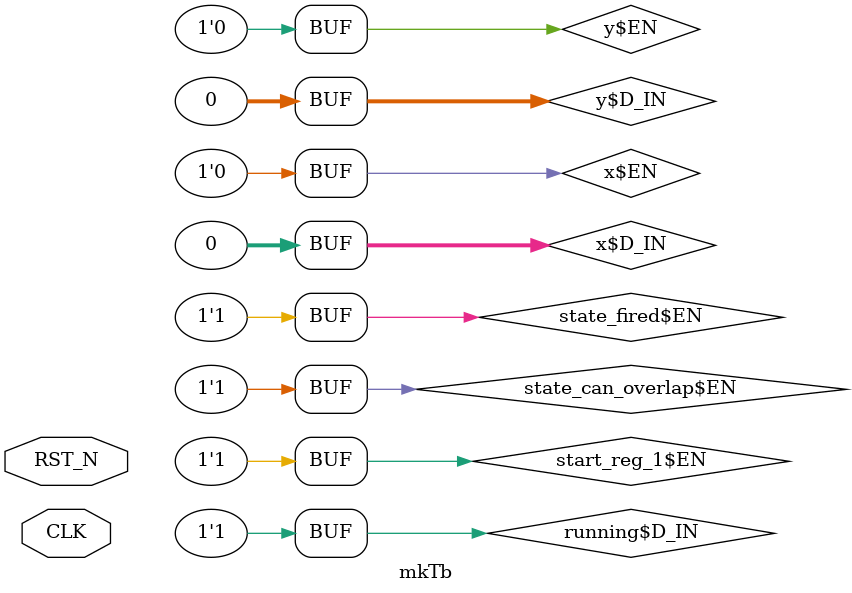
<source format=v>

`ifdef BSV_ASSIGNMENT_DELAY
`else
  `define BSV_ASSIGNMENT_DELAY
`endif

`ifdef BSV_POSITIVE_RESET
  `define BSV_RESET_VALUE 1'b1
  `define BSV_RESET_EDGE posedge
`else
  `define BSV_RESET_VALUE 1'b0
  `define BSV_RESET_EDGE negedge
`endif

module mkTb(CLK,
	    RST_N);
  input  CLK;
  input  RST_N;

  // inlined wires
  wire start_wire$whas, state_set_pw$whas;

  // register gcdVariable_busy
  reg gcdVariable_busy;
  wire gcdVariable_busy$D_IN, gcdVariable_busy$EN;

  // register gcdVariable_x
  reg [31 : 0] gcdVariable_x;
  wire [31 : 0] gcdVariable_x$D_IN;
  wire gcdVariable_x$EN;

  // register gcdVariable_y
  reg [31 : 0] gcdVariable_y;
  wire [31 : 0] gcdVariable_y$D_IN;
  wire gcdVariable_y$EN;

  // register running
  reg running;
  wire running$D_IN, running$EN;

  // register start_reg
  reg start_reg;
  wire start_reg$D_IN, start_reg$EN;

  // register start_reg_1
  reg start_reg_1;
  wire start_reg_1$D_IN, start_reg_1$EN;

  // register state_can_overlap
  reg state_can_overlap;
  wire state_can_overlap$D_IN, state_can_overlap$EN;

  // register state_fired
  reg state_fired;
  wire state_fired$D_IN, state_fired$EN;

  // register state_mkFSMstate
  reg [2 : 0] state_mkFSMstate;
  reg [2 : 0] state_mkFSMstate$D_IN;
  wire state_mkFSMstate$EN;

  // register x
  reg [31 : 0] x;
  wire [31 : 0] x$D_IN;
  wire x$EN;

  // register y
  reg [31 : 0] y;
  wire [31 : 0] y$D_IN;
  wire y$EN;

  // rule scheduling signals
  wire WILL_FIRE_RL_action_l21c20,
       WILL_FIRE_RL_action_l22c9,
       WILL_FIRE_RL_fsm_start,
       WILL_FIRE_RL_idle_l13c17;

  // inputs to muxes for submodule ports
  wire [31 : 0] MUX_gcdVariable_x$write_1__VAL_2;
  wire MUX_start_reg$write_1__SEL_2;

  // remaining internal signals
  wire [31 : 0] x__h147;
  wire abort_whas__4_AND_abort_wget__5_6_OR_state_mkF_ETC___d60,
       gcdVariable_x_ULT_gcdVariable_y___d5;

  // rule RL_action_l22c9
  assign WILL_FIRE_RL_action_l22c9 =
	     gcdVariable_busy && gcdVariable_x == 32'd0 &&
	     state_mkFSMstate == 3'd1 ;

  // rule RL_fsm_start
  assign WILL_FIRE_RL_fsm_start =
	     abort_whas__4_AND_abort_wget__5_6_OR_state_mkF_ETC___d60 &&
	     start_reg ;

  // rule RL_idle_l13c17
  assign WILL_FIRE_RL_idle_l13c17 =
	     !start_wire$whas && state_mkFSMstate == 3'd2 ;

  // rule RL_action_l21c20
  assign WILL_FIRE_RL_action_l21c20 =
	     !gcdVariable_busy && start_wire$whas &&
	     (state_mkFSMstate == 3'd0 || state_mkFSMstate == 3'd2) ;

  // inputs to muxes for submodule ports
  assign MUX_start_reg$write_1__SEL_2 =
	     abort_whas__4_AND_abort_wget__5_6_OR_state_mkF_ETC___d60 &&
	     !start_reg &&
	     !running ;
  assign MUX_gcdVariable_x$write_1__VAL_2 =
	     gcdVariable_x_ULT_gcdVariable_y___d5 ? gcdVariable_y : x__h147 ;

  // inlined wires
  assign start_wire$whas =
	     WILL_FIRE_RL_fsm_start || start_reg_1 && !state_fired ;
  assign state_set_pw$whas =
	     WILL_FIRE_RL_idle_l13c17 || WILL_FIRE_RL_action_l22c9 ||
	     WILL_FIRE_RL_action_l21c20 ;

  // register gcdVariable_busy
  assign gcdVariable_busy$D_IN = !WILL_FIRE_RL_action_l22c9 ;
  assign gcdVariable_busy$EN =
	     WILL_FIRE_RL_action_l22c9 || WILL_FIRE_RL_action_l21c20 ;

  // register gcdVariable_x
  assign gcdVariable_x$D_IN =
	     WILL_FIRE_RL_action_l21c20 ?
	       x :
	       MUX_gcdVariable_x$write_1__VAL_2 ;
  assign gcdVariable_x$EN =
	     gcdVariable_x != 32'd0 ||
	     !gcdVariable_x_ULT_gcdVariable_y___d5 ||
	     WILL_FIRE_RL_action_l21c20 ;

  // register gcdVariable_y
  assign gcdVariable_y$D_IN = WILL_FIRE_RL_action_l21c20 ? y : gcdVariable_x ;
  assign gcdVariable_y$EN =
	     gcdVariable_x_ULT_gcdVariable_y___d5 && gcdVariable_x != 32'd0 ||
	     WILL_FIRE_RL_action_l21c20 ;

  // register running
  assign running$D_IN = 1'd1 ;
  assign running$EN = MUX_start_reg$write_1__SEL_2 ;

  // register start_reg
  assign start_reg$D_IN = !WILL_FIRE_RL_fsm_start ;
  assign start_reg$EN =
	     WILL_FIRE_RL_fsm_start ||
	     abort_whas__4_AND_abort_wget__5_6_OR_state_mkF_ETC___d60 &&
	     !start_reg &&
	     !running ;

  // register start_reg_1
  assign start_reg_1$D_IN = start_wire$whas ;
  assign start_reg_1$EN = 1'd1 ;

  // register state_can_overlap
  assign state_can_overlap$D_IN = state_set_pw$whas || state_can_overlap ;
  assign state_can_overlap$EN = 1'd1 ;

  // register state_fired
  assign state_fired$D_IN = state_set_pw$whas ;
  assign state_fired$EN = 1'd1 ;

  // register state_mkFSMstate
  always@(WILL_FIRE_RL_idle_l13c17 or
	  WILL_FIRE_RL_action_l21c20 or WILL_FIRE_RL_action_l22c9)
  begin
    case (1'b1) // synopsys parallel_case
      WILL_FIRE_RL_idle_l13c17: state_mkFSMstate$D_IN = 3'd0;
      WILL_FIRE_RL_action_l21c20: state_mkFSMstate$D_IN = 3'd1;
      WILL_FIRE_RL_action_l22c9: state_mkFSMstate$D_IN = 3'd2;
      default: state_mkFSMstate$D_IN = 3'b010 /* unspecified value */ ;
    endcase
  end
  assign state_mkFSMstate$EN =
	     WILL_FIRE_RL_idle_l13c17 || WILL_FIRE_RL_action_l21c20 ||
	     WILL_FIRE_RL_action_l22c9 ;

  // register x
  assign x$D_IN = 32'h0 ;
  assign x$EN = 1'b0 ;

  // register y
  assign y$D_IN = 32'h0 ;
  assign y$EN = 1'b0 ;

  // remaining internal signals
  assign abort_whas__4_AND_abort_wget__5_6_OR_state_mkF_ETC___d60 =
	     (state_mkFSMstate == 3'd0 || state_mkFSMstate == 3'd2) &&
	     (!start_reg_1 || state_fired) ;
  assign gcdVariable_x_ULT_gcdVariable_y___d5 =
	     gcdVariable_x < gcdVariable_y ;
  assign x__h147 = gcdVariable_x - gcdVariable_y ;

  // handling of inlined registers

  always@(posedge CLK)
  begin
    if (RST_N == `BSV_RESET_VALUE)
      begin
        gcdVariable_busy <= `BSV_ASSIGNMENT_DELAY 1'd0;
	gcdVariable_x <= `BSV_ASSIGNMENT_DELAY 32'd0;
	gcdVariable_y <= `BSV_ASSIGNMENT_DELAY 32'd0;
	running <= `BSV_ASSIGNMENT_DELAY 1'd0;
	start_reg <= `BSV_ASSIGNMENT_DELAY 1'd0;
	start_reg_1 <= `BSV_ASSIGNMENT_DELAY 1'd0;
	state_can_overlap <= `BSV_ASSIGNMENT_DELAY 1'd1;
	state_fired <= `BSV_ASSIGNMENT_DELAY 1'd0;
	state_mkFSMstate <= `BSV_ASSIGNMENT_DELAY 3'd0;
	x <= `BSV_ASSIGNMENT_DELAY 32'd342;
	y <= `BSV_ASSIGNMENT_DELAY 32'd4314;
      end
    else
      begin
        if (gcdVariable_busy$EN)
	  gcdVariable_busy <= `BSV_ASSIGNMENT_DELAY gcdVariable_busy$D_IN;
	if (gcdVariable_x$EN)
	  gcdVariable_x <= `BSV_ASSIGNMENT_DELAY gcdVariable_x$D_IN;
	if (gcdVariable_y$EN)
	  gcdVariable_y <= `BSV_ASSIGNMENT_DELAY gcdVariable_y$D_IN;
	if (running$EN) running <= `BSV_ASSIGNMENT_DELAY running$D_IN;
	if (start_reg$EN) start_reg <= `BSV_ASSIGNMENT_DELAY start_reg$D_IN;
	if (start_reg_1$EN)
	  start_reg_1 <= `BSV_ASSIGNMENT_DELAY start_reg_1$D_IN;
	if (state_can_overlap$EN)
	  state_can_overlap <= `BSV_ASSIGNMENT_DELAY state_can_overlap$D_IN;
	if (state_fired$EN)
	  state_fired <= `BSV_ASSIGNMENT_DELAY state_fired$D_IN;
	if (state_mkFSMstate$EN)
	  state_mkFSMstate <= `BSV_ASSIGNMENT_DELAY state_mkFSMstate$D_IN;
	if (x$EN) x <= `BSV_ASSIGNMENT_DELAY x$D_IN;
	if (y$EN) y <= `BSV_ASSIGNMENT_DELAY y$D_IN;
      end
  end

  // synopsys translate_off
  `ifdef BSV_NO_INITIAL_BLOCKS
  `else // not BSV_NO_INITIAL_BLOCKS
  initial
  begin
    gcdVariable_busy = 1'h0;
    gcdVariable_x = 32'hAAAAAAAA;
    gcdVariable_y = 32'hAAAAAAAA;
    running = 1'h0;
    start_reg = 1'h0;
    start_reg_1 = 1'h0;
    state_can_overlap = 1'h0;
    state_fired = 1'h0;
    state_mkFSMstate = 3'h2;
    x = 32'hAAAAAAAA;
    y = 32'hAAAAAAAA;
  end
  `endif // BSV_NO_INITIAL_BLOCKS
  // synopsys translate_on

  // handling of system tasks

  // synopsys translate_off
  always@(negedge CLK)
  begin
    #0;
    if (RST_N != `BSV_RESET_VALUE)
      if (WILL_FIRE_RL_action_l22c9)
	$display("GCD(%0d, %0d) = %0d", x, y, gcdVariable_y);
    if (RST_N != `BSV_RESET_VALUE)
      if (running &&
	  abort_whas__4_AND_abort_wget__5_6_OR_state_mkF_ETC___d60 &&
	  !start_reg)
	$finish(32'd0);
    if (RST_N != `BSV_RESET_VALUE)
      if (WILL_FIRE_RL_action_l21c20 && WILL_FIRE_RL_action_l22c9)
	$display("Error: \"testBench.bsv\", line 21, column 20: (R0001)\n  Mutually exclusive rules (from the ME sets [RL_action_l21c20] and\n  [RL_action_l22c9] ) fired in the same clock cycle.\n");
  end
  // synopsys translate_on
endmodule  // mkTb


</source>
